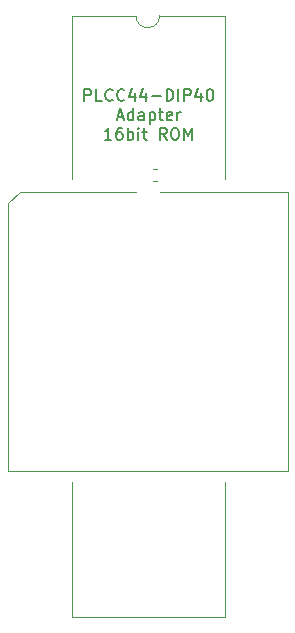
<source format=gbr>
G04 #@! TF.GenerationSoftware,KiCad,Pcbnew,(5.1.5)-3*
G04 #@! TF.CreationDate,2020-05-16T12:59:48+02:00*
G04 #@! TF.ProjectId,plcc44_adapter,706c6363-3434-45f6-9164-61707465722e,1.0*
G04 #@! TF.SameCoordinates,Original*
G04 #@! TF.FileFunction,Legend,Top*
G04 #@! TF.FilePolarity,Positive*
%FSLAX46Y46*%
G04 Gerber Fmt 4.6, Leading zero omitted, Abs format (unit mm)*
G04 Created by KiCad (PCBNEW (5.1.5)-3) date 2020-05-16 12:59:48*
%MOMM*%
%LPD*%
G04 APERTURE LIST*
%ADD10C,0.150000*%
%ADD11C,0.120000*%
G04 APERTURE END LIST*
D10*
X167418428Y-59762380D02*
X167418428Y-58762380D01*
X167799380Y-58762380D01*
X167894619Y-58810000D01*
X167942238Y-58857619D01*
X167989857Y-58952857D01*
X167989857Y-59095714D01*
X167942238Y-59190952D01*
X167894619Y-59238571D01*
X167799380Y-59286190D01*
X167418428Y-59286190D01*
X168894619Y-59762380D02*
X168418428Y-59762380D01*
X168418428Y-58762380D01*
X169799380Y-59667142D02*
X169751761Y-59714761D01*
X169608904Y-59762380D01*
X169513666Y-59762380D01*
X169370809Y-59714761D01*
X169275571Y-59619523D01*
X169227952Y-59524285D01*
X169180333Y-59333809D01*
X169180333Y-59190952D01*
X169227952Y-59000476D01*
X169275571Y-58905238D01*
X169370809Y-58810000D01*
X169513666Y-58762380D01*
X169608904Y-58762380D01*
X169751761Y-58810000D01*
X169799380Y-58857619D01*
X170799380Y-59667142D02*
X170751761Y-59714761D01*
X170608904Y-59762380D01*
X170513666Y-59762380D01*
X170370809Y-59714761D01*
X170275571Y-59619523D01*
X170227952Y-59524285D01*
X170180333Y-59333809D01*
X170180333Y-59190952D01*
X170227952Y-59000476D01*
X170275571Y-58905238D01*
X170370809Y-58810000D01*
X170513666Y-58762380D01*
X170608904Y-58762380D01*
X170751761Y-58810000D01*
X170799380Y-58857619D01*
X171656523Y-59095714D02*
X171656523Y-59762380D01*
X171418428Y-58714761D02*
X171180333Y-59429047D01*
X171799380Y-59429047D01*
X172608904Y-59095714D02*
X172608904Y-59762380D01*
X172370809Y-58714761D02*
X172132714Y-59429047D01*
X172751761Y-59429047D01*
X173132714Y-59381428D02*
X173894619Y-59381428D01*
X174370809Y-59762380D02*
X174370809Y-58762380D01*
X174608904Y-58762380D01*
X174751761Y-58810000D01*
X174847000Y-58905238D01*
X174894619Y-59000476D01*
X174942238Y-59190952D01*
X174942238Y-59333809D01*
X174894619Y-59524285D01*
X174847000Y-59619523D01*
X174751761Y-59714761D01*
X174608904Y-59762380D01*
X174370809Y-59762380D01*
X175370809Y-59762380D02*
X175370809Y-58762380D01*
X175847000Y-59762380D02*
X175847000Y-58762380D01*
X176227952Y-58762380D01*
X176323190Y-58810000D01*
X176370809Y-58857619D01*
X176418428Y-58952857D01*
X176418428Y-59095714D01*
X176370809Y-59190952D01*
X176323190Y-59238571D01*
X176227952Y-59286190D01*
X175847000Y-59286190D01*
X177275571Y-59095714D02*
X177275571Y-59762380D01*
X177037476Y-58714761D02*
X176799380Y-59429047D01*
X177418428Y-59429047D01*
X177989857Y-58762380D02*
X178085095Y-58762380D01*
X178180333Y-58810000D01*
X178227952Y-58857619D01*
X178275571Y-58952857D01*
X178323190Y-59143333D01*
X178323190Y-59381428D01*
X178275571Y-59571904D01*
X178227952Y-59667142D01*
X178180333Y-59714761D01*
X178085095Y-59762380D01*
X177989857Y-59762380D01*
X177894619Y-59714761D01*
X177847000Y-59667142D01*
X177799380Y-59571904D01*
X177751761Y-59381428D01*
X177751761Y-59143333D01*
X177799380Y-58952857D01*
X177847000Y-58857619D01*
X177894619Y-58810000D01*
X177989857Y-58762380D01*
X170227952Y-61126666D02*
X170704142Y-61126666D01*
X170132714Y-61412380D02*
X170466047Y-60412380D01*
X170799380Y-61412380D01*
X171561285Y-61412380D02*
X171561285Y-60412380D01*
X171561285Y-61364761D02*
X171466047Y-61412380D01*
X171275571Y-61412380D01*
X171180333Y-61364761D01*
X171132714Y-61317142D01*
X171085095Y-61221904D01*
X171085095Y-60936190D01*
X171132714Y-60840952D01*
X171180333Y-60793333D01*
X171275571Y-60745714D01*
X171466047Y-60745714D01*
X171561285Y-60793333D01*
X172466047Y-61412380D02*
X172466047Y-60888571D01*
X172418428Y-60793333D01*
X172323190Y-60745714D01*
X172132714Y-60745714D01*
X172037476Y-60793333D01*
X172466047Y-61364761D02*
X172370809Y-61412380D01*
X172132714Y-61412380D01*
X172037476Y-61364761D01*
X171989857Y-61269523D01*
X171989857Y-61174285D01*
X172037476Y-61079047D01*
X172132714Y-61031428D01*
X172370809Y-61031428D01*
X172466047Y-60983809D01*
X172942238Y-60745714D02*
X172942238Y-61745714D01*
X172942238Y-60793333D02*
X173037476Y-60745714D01*
X173227952Y-60745714D01*
X173323190Y-60793333D01*
X173370809Y-60840952D01*
X173418428Y-60936190D01*
X173418428Y-61221904D01*
X173370809Y-61317142D01*
X173323190Y-61364761D01*
X173227952Y-61412380D01*
X173037476Y-61412380D01*
X172942238Y-61364761D01*
X173704142Y-60745714D02*
X174085095Y-60745714D01*
X173847000Y-60412380D02*
X173847000Y-61269523D01*
X173894619Y-61364761D01*
X173989857Y-61412380D01*
X174085095Y-61412380D01*
X174799380Y-61364761D02*
X174704142Y-61412380D01*
X174513666Y-61412380D01*
X174418428Y-61364761D01*
X174370809Y-61269523D01*
X174370809Y-60888571D01*
X174418428Y-60793333D01*
X174513666Y-60745714D01*
X174704142Y-60745714D01*
X174799380Y-60793333D01*
X174847000Y-60888571D01*
X174847000Y-60983809D01*
X174370809Y-61079047D01*
X175275571Y-61412380D02*
X175275571Y-60745714D01*
X175275571Y-60936190D02*
X175323190Y-60840952D01*
X175370809Y-60793333D01*
X175466047Y-60745714D01*
X175561285Y-60745714D01*
X169704142Y-63062380D02*
X169132714Y-63062380D01*
X169418428Y-63062380D02*
X169418428Y-62062380D01*
X169323190Y-62205238D01*
X169227952Y-62300476D01*
X169132714Y-62348095D01*
X170561285Y-62062380D02*
X170370809Y-62062380D01*
X170275571Y-62110000D01*
X170227952Y-62157619D01*
X170132714Y-62300476D01*
X170085095Y-62490952D01*
X170085095Y-62871904D01*
X170132714Y-62967142D01*
X170180333Y-63014761D01*
X170275571Y-63062380D01*
X170466047Y-63062380D01*
X170561285Y-63014761D01*
X170608904Y-62967142D01*
X170656523Y-62871904D01*
X170656523Y-62633809D01*
X170608904Y-62538571D01*
X170561285Y-62490952D01*
X170466047Y-62443333D01*
X170275571Y-62443333D01*
X170180333Y-62490952D01*
X170132714Y-62538571D01*
X170085095Y-62633809D01*
X171085095Y-63062380D02*
X171085095Y-62062380D01*
X171085095Y-62443333D02*
X171180333Y-62395714D01*
X171370809Y-62395714D01*
X171466047Y-62443333D01*
X171513666Y-62490952D01*
X171561285Y-62586190D01*
X171561285Y-62871904D01*
X171513666Y-62967142D01*
X171466047Y-63014761D01*
X171370809Y-63062380D01*
X171180333Y-63062380D01*
X171085095Y-63014761D01*
X171989857Y-63062380D02*
X171989857Y-62395714D01*
X171989857Y-62062380D02*
X171942238Y-62110000D01*
X171989857Y-62157619D01*
X172037476Y-62110000D01*
X171989857Y-62062380D01*
X171989857Y-62157619D01*
X172323190Y-62395714D02*
X172704142Y-62395714D01*
X172466047Y-62062380D02*
X172466047Y-62919523D01*
X172513666Y-63014761D01*
X172608904Y-63062380D01*
X172704142Y-63062380D01*
X174370809Y-63062380D02*
X174037476Y-62586190D01*
X173799380Y-63062380D02*
X173799380Y-62062380D01*
X174180333Y-62062380D01*
X174275571Y-62110000D01*
X174323190Y-62157619D01*
X174370809Y-62252857D01*
X174370809Y-62395714D01*
X174323190Y-62490952D01*
X174275571Y-62538571D01*
X174180333Y-62586190D01*
X173799380Y-62586190D01*
X174989857Y-62062380D02*
X175180333Y-62062380D01*
X175275571Y-62110000D01*
X175370809Y-62205238D01*
X175418428Y-62395714D01*
X175418428Y-62729047D01*
X175370809Y-62919523D01*
X175275571Y-63014761D01*
X175180333Y-63062380D01*
X174989857Y-63062380D01*
X174894619Y-63014761D01*
X174799380Y-62919523D01*
X174751761Y-62729047D01*
X174751761Y-62395714D01*
X174799380Y-62205238D01*
X174894619Y-62110000D01*
X174989857Y-62062380D01*
X175847000Y-63062380D02*
X175847000Y-62062380D01*
X176180333Y-62776666D01*
X176513666Y-62062380D01*
X176513666Y-63062380D01*
D11*
X173779001Y-52569001D02*
G75*
G02X171779001Y-52569001I-1000000J0D01*
G01*
X171779001Y-52569001D02*
X166319001Y-52569001D01*
X166319001Y-103489001D02*
X179239001Y-103489001D01*
X179239001Y-52569001D02*
X173779001Y-52569001D01*
X179273001Y-52569001D02*
X179273001Y-66345001D01*
X166319001Y-52569001D02*
X166319001Y-66345001D01*
X166319001Y-91999001D02*
X166319001Y-103429001D01*
X179273001Y-91999001D02*
X179273001Y-103429001D01*
X173517779Y-66550000D02*
X173192221Y-66550000D01*
X173517779Y-65530000D02*
X173192221Y-65530000D01*
X171770800Y-67448800D02*
X161920800Y-67448800D01*
X161920800Y-67448800D02*
X160920800Y-68448800D01*
X160920800Y-68448800D02*
X160920800Y-91148800D01*
X160920800Y-91148800D02*
X184620800Y-91148800D01*
X184620800Y-91148800D02*
X184620800Y-67448800D01*
X184620800Y-67448800D02*
X173770800Y-67448800D01*
M02*

</source>
